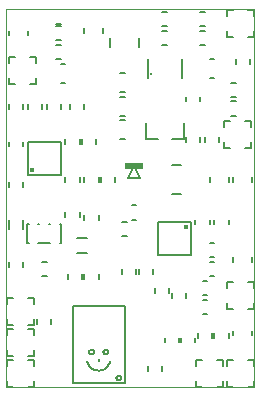
<source format=gto>
G75*
%MOIN*%
%OFA0B0*%
%FSLAX24Y24*%
%IPPOS*%
%LPD*%
%AMOC8*
5,1,8,0,0,1.08239X$1,22.5*
%
%ADD10C,0.0000*%
%ADD11C,0.0079*%
%ADD12C,0.0080*%
%ADD13C,0.0157*%
%ADD14C,0.0060*%
%ADD15C,0.0079*%
%ADD16R,0.0620X0.0240*%
%ADD17C,0.0050*%
D10*
X001917Y001425D02*
X001917Y014023D01*
X010185Y014023D01*
X010185Y001425D01*
X001917Y001425D01*
D11*
X002941Y003551D02*
X002941Y003708D01*
X003413Y003708D02*
X003413Y003551D01*
X003964Y005047D02*
X003964Y005204D01*
X004437Y005204D02*
X004437Y005047D01*
X004515Y005047D02*
X004515Y005204D01*
X004988Y005204D02*
X004988Y005047D01*
X004594Y005913D02*
X004279Y005913D01*
X004279Y006386D02*
X004594Y006386D01*
X004515Y007015D02*
X004515Y007173D01*
X004358Y007252D02*
X004358Y007094D01*
X003885Y007094D02*
X003885Y007252D01*
X003885Y008275D02*
X003885Y008433D01*
X004358Y008433D02*
X004358Y008275D01*
X004515Y008275D02*
X004515Y008433D01*
X004988Y008433D02*
X004988Y008275D01*
X005067Y008275D02*
X005067Y008433D01*
X005539Y008433D02*
X005539Y008275D01*
X006090Y007488D02*
X006248Y007488D01*
X006248Y007015D02*
X006090Y007015D01*
X005933Y006937D02*
X005775Y006937D01*
X005775Y006464D02*
X005933Y006464D01*
X005775Y005362D02*
X005775Y005204D01*
X006248Y005204D02*
X006248Y005362D01*
X006326Y005362D02*
X006326Y005204D01*
X006799Y005204D02*
X006799Y005362D01*
X006878Y004732D02*
X006878Y004575D01*
X007350Y004575D02*
X007350Y004732D01*
X007429Y004575D02*
X007429Y004417D01*
X007901Y004417D02*
X007901Y004575D01*
X008452Y004496D02*
X008610Y004496D01*
X008610Y004338D02*
X008452Y004338D01*
X008452Y003866D02*
X008610Y003866D01*
X008767Y003236D02*
X008767Y003078D01*
X008846Y003078D02*
X008846Y003236D01*
X009319Y003236D02*
X009319Y003078D01*
X009476Y003157D02*
X009476Y003315D01*
X010106Y003315D02*
X010106Y003157D01*
X008846Y005126D02*
X008689Y005126D01*
X008610Y004968D02*
X008452Y004968D01*
X008689Y005598D02*
X008846Y005598D01*
X008846Y005756D02*
X008689Y005756D01*
X008689Y006228D02*
X008846Y006228D01*
X008846Y006858D02*
X008846Y007015D01*
X008689Y007015D02*
X008689Y006858D01*
X008216Y006858D02*
X008216Y007015D01*
X007744Y007882D02*
X007429Y007882D01*
X007429Y008827D02*
X007744Y008827D01*
X007901Y009614D02*
X007901Y009771D01*
X007822Y009693D02*
X007822Y010244D01*
X007822Y009693D02*
X007429Y009693D01*
X006956Y009693D02*
X006563Y009693D01*
X006563Y010244D01*
X005854Y010323D02*
X005696Y010323D01*
X005696Y010480D02*
X005854Y010480D01*
X005854Y011110D02*
X005696Y011110D01*
X005696Y011267D02*
X005854Y011267D01*
X005854Y011897D02*
X005696Y011897D01*
X005381Y012764D02*
X005381Y013078D01*
X005145Y013236D02*
X005145Y013393D01*
X004515Y013393D02*
X004515Y013236D01*
X003728Y013472D02*
X003570Y013472D01*
X003570Y013551D02*
X003728Y013551D01*
X003728Y013000D02*
X003570Y013000D01*
X003570Y012842D02*
X003728Y012842D01*
X003728Y012370D02*
X003570Y012370D01*
X003728Y012212D02*
X003885Y012212D01*
X003885Y011582D02*
X003728Y011582D01*
X003728Y010874D02*
X003728Y010716D01*
X004043Y010716D02*
X004043Y010874D01*
X004515Y010874D02*
X004515Y010716D01*
X004437Y009693D02*
X004437Y009535D01*
X004358Y009535D02*
X004358Y009693D01*
X004909Y009693D02*
X004909Y009535D01*
X005696Y009693D02*
X005854Y009693D01*
X004988Y007173D02*
X004988Y007015D01*
X003256Y005598D02*
X003098Y005598D01*
X003098Y005126D02*
X003256Y005126D01*
X002468Y005441D02*
X002468Y005598D01*
X001996Y005598D02*
X001996Y005441D01*
X001996Y006701D02*
X001996Y007015D01*
X002468Y007015D02*
X002468Y006701D01*
X002468Y008118D02*
X002468Y008275D01*
X001996Y008275D02*
X001996Y008118D01*
X001996Y009456D02*
X001996Y009614D01*
X002468Y009614D02*
X002468Y009456D01*
X002468Y010716D02*
X002468Y010874D01*
X002626Y010874D02*
X002626Y010716D01*
X003098Y010716D02*
X003098Y010874D01*
X003256Y010874D02*
X003256Y010716D01*
X003885Y009693D02*
X003885Y009535D01*
X001996Y010716D02*
X001996Y010874D01*
X001996Y013157D02*
X001996Y013315D01*
X002626Y013315D02*
X002626Y013157D01*
X006326Y013078D02*
X006326Y012764D01*
X007114Y012842D02*
X007271Y012842D01*
X007271Y013315D02*
X007114Y013315D01*
X007114Y013472D02*
X007271Y013472D01*
X007271Y013945D02*
X007114Y013945D01*
X008374Y013945D02*
X008531Y013945D01*
X008531Y013472D02*
X008374Y013472D01*
X008374Y013315D02*
X008531Y013315D01*
X008531Y012842D02*
X008374Y012842D01*
X008689Y012370D02*
X008846Y012370D01*
X008846Y011740D02*
X008689Y011740D01*
X008374Y011110D02*
X008374Y010952D01*
X007901Y010952D02*
X007901Y011110D01*
X008374Y009771D02*
X008374Y009614D01*
X008531Y009614D02*
X008531Y009771D01*
X009004Y009771D02*
X009004Y009614D01*
X009397Y010480D02*
X009555Y010480D01*
X009555Y010952D02*
X009397Y010952D01*
X009397Y011110D02*
X009555Y011110D01*
X009555Y011582D02*
X009397Y011582D01*
X009555Y012212D02*
X009555Y012370D01*
X010027Y012370D02*
X010027Y012212D01*
X010106Y008433D02*
X010106Y008275D01*
X009476Y008275D02*
X009476Y008433D01*
X009319Y008433D02*
X009319Y008275D01*
X008689Y008275D02*
X008689Y008433D01*
X009319Y007015D02*
X009319Y006858D01*
X009476Y005756D02*
X009476Y005598D01*
X010106Y005598D02*
X010106Y005756D01*
X008295Y003236D02*
X008295Y003078D01*
X008216Y003078D02*
X008216Y002921D01*
X007744Y002921D02*
X007744Y003078D01*
X007665Y003078D02*
X007665Y002921D01*
X007193Y002921D02*
X007193Y003078D01*
X007114Y002134D02*
X007114Y001976D01*
X006641Y001976D02*
X006641Y002134D01*
X005145Y002606D02*
X005147Y002624D01*
X005153Y002640D01*
X005162Y002655D01*
X005175Y002668D01*
X005190Y002677D01*
X005206Y002683D01*
X005224Y002685D01*
X005242Y002683D01*
X005258Y002677D01*
X005273Y002668D01*
X005286Y002655D01*
X005295Y002640D01*
X005301Y002624D01*
X005303Y002606D01*
X005301Y002588D01*
X005295Y002572D01*
X005286Y002557D01*
X005273Y002544D01*
X005258Y002535D01*
X005242Y002529D01*
X005224Y002527D01*
X005206Y002529D01*
X005190Y002535D01*
X005175Y002544D01*
X005162Y002557D01*
X005153Y002572D01*
X005147Y002588D01*
X005145Y002606D01*
X005382Y002292D02*
X005371Y002255D01*
X005356Y002219D01*
X005338Y002185D01*
X005318Y002153D01*
X005294Y002123D01*
X005267Y002095D01*
X005238Y002070D01*
X005206Y002048D01*
X005173Y002029D01*
X005138Y002013D01*
X005102Y002000D01*
X005064Y001991D01*
X005026Y001986D01*
X004988Y001984D01*
X004950Y001986D01*
X004912Y001991D01*
X004874Y002000D01*
X004838Y002013D01*
X004803Y002029D01*
X004770Y002048D01*
X004738Y002070D01*
X004709Y002095D01*
X004682Y002123D01*
X004658Y002153D01*
X004638Y002185D01*
X004620Y002219D01*
X004605Y002255D01*
X004594Y002292D01*
X004673Y002606D02*
X004675Y002624D01*
X004681Y002640D01*
X004690Y002655D01*
X004703Y002668D01*
X004718Y002677D01*
X004734Y002683D01*
X004752Y002685D01*
X004770Y002683D01*
X004786Y002677D01*
X004801Y002668D01*
X004814Y002655D01*
X004823Y002640D01*
X004829Y002624D01*
X004831Y002606D01*
X004829Y002588D01*
X004823Y002572D01*
X004814Y002557D01*
X004801Y002544D01*
X004786Y002535D01*
X004770Y002529D01*
X004752Y002527D01*
X004734Y002529D01*
X004718Y002535D01*
X004703Y002544D01*
X004690Y002557D01*
X004681Y002572D01*
X004675Y002588D01*
X004673Y002606D01*
X004988Y002370D02*
X004988Y002291D01*
D12*
X006956Y005834D02*
X006956Y006937D01*
X008059Y006937D01*
X008059Y005834D01*
X006956Y005834D01*
X006366Y008393D02*
X005972Y008393D01*
X006169Y008787D01*
X006366Y008393D01*
X003728Y008512D02*
X002626Y008512D01*
X002626Y009614D01*
X003728Y009614D01*
X003728Y008512D01*
D13*
X002783Y008669D03*
X007901Y006779D03*
D14*
X009262Y004946D02*
X009262Y004746D01*
X009262Y004946D02*
X009462Y004946D01*
X009962Y004946D02*
X010162Y004946D01*
X010162Y004746D01*
X010162Y004246D02*
X010162Y004046D01*
X009962Y004046D01*
X009462Y004046D02*
X009262Y004046D01*
X009262Y004246D01*
X009262Y002347D02*
X009262Y002147D01*
X009139Y002147D02*
X009139Y002347D01*
X008939Y002347D01*
X009262Y002347D02*
X009462Y002347D01*
X009262Y001647D02*
X009262Y001447D01*
X009462Y001447D01*
X009139Y001447D02*
X008939Y001447D01*
X009139Y001447D02*
X009139Y001647D01*
X008439Y001447D02*
X008239Y001447D01*
X008239Y001647D01*
X008239Y002147D02*
X008239Y002347D01*
X008439Y002347D01*
X009962Y002347D02*
X010162Y002347D01*
X010162Y002147D01*
X010162Y001647D02*
X010162Y001447D01*
X009962Y001447D01*
X010083Y009400D02*
X009883Y009400D01*
X010083Y009400D02*
X010083Y009600D01*
X010083Y010100D02*
X010083Y010300D01*
X009883Y010300D01*
X009383Y010300D02*
X009183Y010300D01*
X009183Y010100D01*
X009183Y009600D02*
X009183Y009400D01*
X009383Y009400D01*
X007752Y011747D02*
X007752Y012362D01*
X006632Y012362D02*
X006632Y011747D01*
X009262Y013101D02*
X009462Y013101D01*
X009262Y013101D02*
X009262Y013301D01*
X009262Y013801D02*
X009262Y014001D01*
X009462Y014001D01*
X009962Y014001D02*
X010162Y014001D01*
X010162Y013801D01*
X010162Y013301D02*
X010162Y013101D01*
X009962Y013101D01*
X003737Y006852D02*
X003737Y006234D01*
X003700Y006234D01*
X003382Y006234D02*
X002971Y006234D01*
X002654Y006234D02*
X002617Y006234D01*
X002617Y006852D01*
X002654Y006852D01*
X002971Y006852D02*
X003008Y006852D01*
X003345Y006852D02*
X003382Y006852D01*
X003700Y006852D02*
X003737Y006852D01*
X002839Y004395D02*
X002639Y004395D01*
X002839Y004395D02*
X002839Y004195D01*
X002839Y003695D02*
X002839Y003495D01*
X002639Y003495D01*
X002639Y003371D02*
X002839Y003371D01*
X002839Y003171D01*
X002839Y002671D02*
X002839Y002471D01*
X002639Y002471D01*
X002639Y002347D02*
X002839Y002347D01*
X002839Y002147D01*
X002839Y001647D02*
X002839Y001447D01*
X002639Y001447D01*
X002139Y001447D02*
X001939Y001447D01*
X001939Y001647D01*
X001939Y002147D02*
X001939Y002347D01*
X002139Y002347D01*
X002139Y002471D02*
X001939Y002471D01*
X001939Y002671D01*
X001939Y003171D02*
X001939Y003371D01*
X002139Y003371D01*
X002139Y003495D02*
X001939Y003495D01*
X001939Y003695D01*
X001939Y004195D02*
X001939Y004395D01*
X002139Y004395D01*
X002218Y011526D02*
X002018Y011526D01*
X002018Y011726D01*
X002018Y012226D02*
X002018Y012426D01*
X002218Y012426D01*
X002718Y012426D02*
X002918Y012426D01*
X002918Y012226D01*
X002918Y011726D02*
X002918Y011526D01*
X002718Y011526D01*
D15*
X006740Y011858D03*
D16*
X006169Y008810D03*
D17*
X005854Y004122D02*
X004122Y004122D01*
X004122Y001563D01*
X005854Y001563D01*
X005854Y004122D01*
X005578Y001740D02*
X005580Y001758D01*
X005586Y001774D01*
X005595Y001789D01*
X005608Y001802D01*
X005623Y001811D01*
X005639Y001817D01*
X005657Y001819D01*
X005675Y001817D01*
X005691Y001811D01*
X005706Y001802D01*
X005719Y001789D01*
X005728Y001774D01*
X005734Y001758D01*
X005736Y001740D01*
X005734Y001722D01*
X005728Y001706D01*
X005719Y001691D01*
X005706Y001678D01*
X005691Y001669D01*
X005675Y001663D01*
X005657Y001661D01*
X005639Y001663D01*
X005623Y001669D01*
X005608Y001678D01*
X005595Y001691D01*
X005586Y001706D01*
X005580Y001722D01*
X005578Y001740D01*
M02*

</source>
